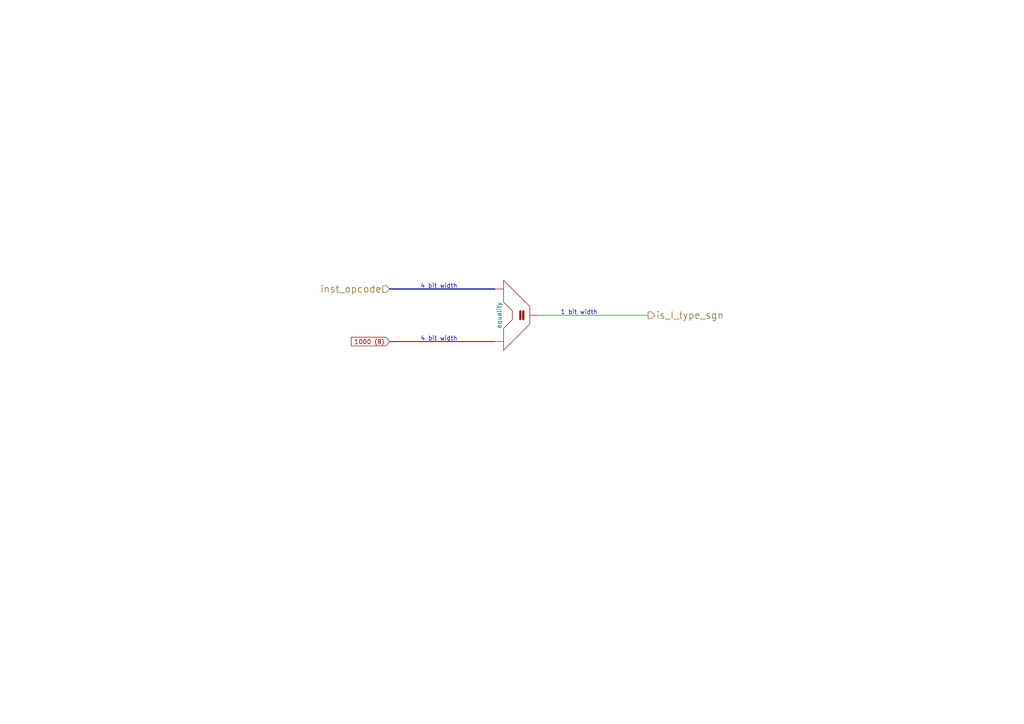
<source format=kicad_sch>
(kicad_sch (version 20211123) (generator eeschema)

  (uuid d706145d-bb2f-44d0-a553-d2797749fd24)

  (paper "A4")

  (lib_symbols
    (symbol "computerArchProj:equality" (in_bom yes) (on_board yes)
      (property "Reference" "U" (id 0) (at 0 3.81 0)
        (effects (font (size 1.27 1.27)))
      )
      (property "Value" "equality" (id 1) (at 0 6.35 0)
        (effects (font (size 1.27 1.27)))
      )
      (property "Footprint" "" (id 2) (at 0 0 0)
        (effects (font (size 1.27 1.27)) hide)
      )
      (property "Datasheet" "" (id 3) (at 0 0 0)
        (effects (font (size 1.27 1.27)) hide)
      )
      (symbol "equality_0_0"
        (polyline
          (pts
            (xy 10.16 5.08)
            (xy 10.16 5.08)
          )
          (stroke (width 0) (type default) (color 0 0 0 0))
          (fill (type none))
        )
        (polyline
          (pts
            (xy -10.16 5.08)
            (xy -5.08 5.08)
            (xy -3.81 5.08)
            (xy -1.27 2.54)
            (xy 1.27 2.54)
            (xy 3.81 5.08)
            (xy 10.16 5.08)
            (xy 2.54 -2.54)
            (xy -2.54 -2.54)
            (xy -10.16 5.08)
          )
          (stroke (width 0) (type default) (color 0 0 0 0))
          (fill (type none))
        )
        (text "=" (at 0 0 0)
          (effects (font (size 3 3) bold))
        )
      )
      (symbol "equality_1_1"
        (pin input line (at -7.62 7.62 270) (length 2.54)
          (name "" (effects (font (size 1.27 1.27))))
          (number "" (effects (font (size 1.27 1.27))))
        )
        (pin output line (at 0 -5.08 90) (length 2.54)
          (name "" (effects (font (size 1.27 1.27))))
          (number "" (effects (font (size 1.27 1.27))))
        )
        (pin input line (at 7.62 7.62 270) (length 2.54)
          (name "" (effects (font (size 1.27 1.27))))
          (number "" (effects (font (size 1.27 1.27))))
        )
      )
    )
  )


  (bus (pts (xy 113.03 99.06) (xy 143.51 99.06))
    (stroke (width 0) (type default) (color 255 0 37 1))
    (uuid 4e9718e7-dae5-4220-b994-cd418d8616d4)
  )

  (wire (pts (xy 156.21 91.44) (xy 187.96 91.44))
    (stroke (width 0) (type default) (color 0 0 0 0))
    (uuid 5f2a785e-1bf3-4167-8303-1f10b9e4f641)
  )
  (bus (pts (xy 113.03 83.82) (xy 143.51 83.82))
    (stroke (width 0) (type default) (color 0 0 0 0))
    (uuid c0cf3afd-9105-4955-8617-6f8344281944)
  )

  (text "4 bit width" (at 121.92 99.06 0)
    (effects (font (size 1.27 1.27)) (justify left bottom))
    (uuid 41b251df-6125-4523-92fd-1fda60e91994)
  )
  (text "4 bit width" (at 121.92 83.82 0)
    (effects (font (size 1.27 1.27)) (justify left bottom))
    (uuid 967f31ec-5595-42c2-b1d9-792491669f39)
  )
  (text "1 bit width" (at 162.56 91.44 0)
    (effects (font (size 1.27 1.27)) (justify left bottom))
    (uuid c10932d7-cca1-486e-a788-ec295139fbb0)
  )

  (global_label "1000 (8)" (shape input) (at 113.03 99.06 180) (fields_autoplaced)
    (effects (font (size 1.27 1.27)) (justify right))
    (uuid 4ea520c7-ab39-4071-b8e2-00e74fb8a82d)
    (property "Intersheet References" "${INTERSHEET_REFS}" (id 0) (at 101.9083 98.9806 0)
      (effects (font (size 1.27 1.27)) (justify right) hide)
    )
  )

  (hierarchical_label "inst_opcode" (shape input) (at 113.03 83.82 180)
    (effects (font (size 2 2)) (justify right))
    (uuid 847913b9-8ff4-4077-8e13-1297b11889c8)
  )
  (hierarchical_label "is_I_type_sgn" (shape output) (at 187.96 91.44 0)
    (effects (font (size 2 2)) (justify left))
    (uuid 8725c7db-43d8-4548-aa37-3c0c734e6c72)
  )

  (symbol (lib_id "computerArchProj:equality") (at 151.13 91.44 90) (unit 1)
    (in_bom yes) (on_board yes)
    (uuid 6a6a885b-4131-474a-8af8-56a146637d82)
    (property "Reference" "U?" (id 0) (at 150.0225 76.2 90)
      (effects (font (size 1.27 1.27)) hide)
    )
    (property "Value" "equality" (id 1) (at 144.78 91.44 0))
    (property "Footprint" "" (id 2) (at 151.13 91.44 0)
      (effects (font (size 1.27 1.27)) hide)
    )
    (property "Datasheet" "" (id 3) (at 151.13 91.44 0)
      (effects (font (size 1.27 1.27)) hide)
    )
    (pin "" (uuid b813fd87-62b9-41cf-a46a-678010eab92e))
    (pin "" (uuid b813fd87-62b9-41cf-a46a-678010eab92e))
    (pin "" (uuid b813fd87-62b9-41cf-a46a-678010eab92e))
  )
)

</source>
